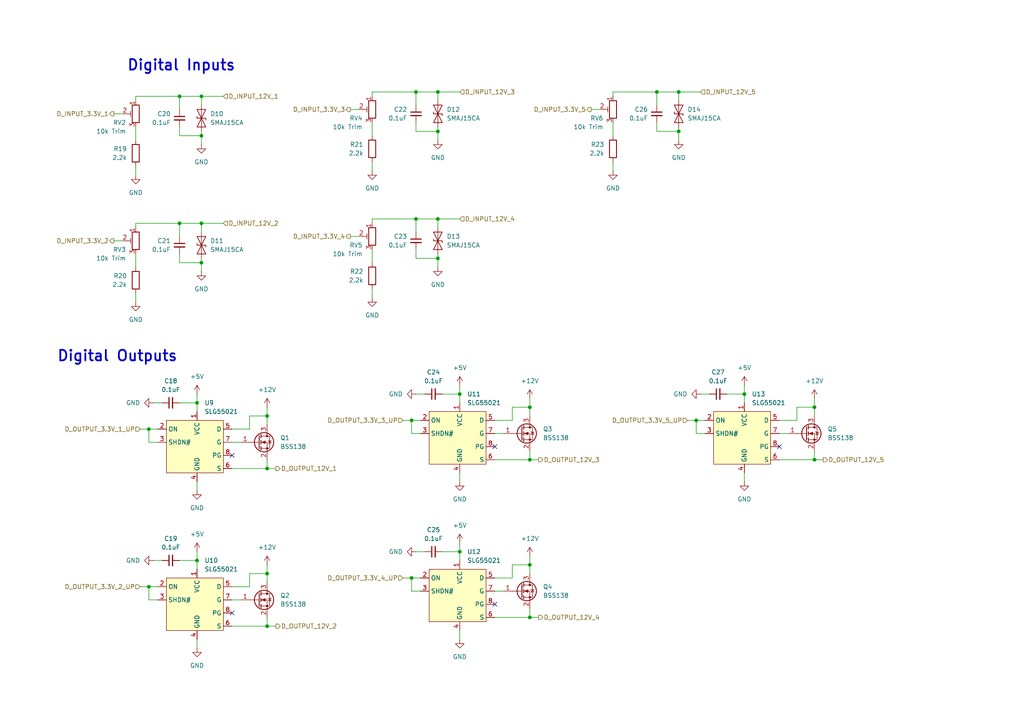
<source format=kicad_sch>
(kicad_sch (version 20250114) (generator "eeschema") (generator_version "9.0")
  (paper "A4")
  (lib_symbols
    (symbol "Device:C_Small" (pin_numbers (hide yes)) (pin_names (offset 0.254) (hide yes))
      (property "Reference" "C" (at 0.254 1.778 0))
      (property "Value" "C_Small" (at 0.254 -2.032 0))
      (symbol "C_Small_0_1"
        (polyline (pts (xy -1.524 0.508) (xy 1.524 0.508)) (stroke (width 0.3048)))
        (polyline (pts (xy -1.524 -0.508) (xy 1.524 -0.508)) (stroke (width 0.3302)))
      )
      (symbol "C_Small_1_1"
        (pin passive line (at 0 2.54 270) (length 2.032) (name "~") (number "1"))
        (pin passive line (at 0 -2.54 90) (length 2.032) (name "~") (number "2"))
      )
    )
    (symbol "Device:R" (pin_numbers (hide yes)) (pin_names (offset 0))
      (property "Reference" "R" (at 2.032 0 90))
      (property "Value" "R" (at 0 0 90))
      (symbol "R_0_1"
        (rectangle (start -1.016 -2.54) (end 1.016 2.54) (stroke (width 0.254)))
      )
      (symbol "R_1_1"
        (pin passive line (at 0 3.81 270) (length 1.27) (name "~") (number "1"))
        (pin passive line (at 0 -3.81 90) (length 1.27) (name "~") (number "2"))
      )
    )
    (symbol "Device:R_Potentiometer_Trim" (pin_names (offset 1.016) (hide yes))
      (property "Reference" "RV" (at -4.445 0 90))
      (property "Value" "R_Potentiometer_Trim" (at -2.54 0 90))
      (symbol "R_Potentiometer_Trim_0_1"
        (rectangle (start 1.016 2.54) (end -1.016 -2.54) (stroke (width 0.254)))
        (polyline (pts (xy 1.524 0.762) (xy 1.524 -0.762)))
        (polyline (pts (xy 2.54 0) (xy 1.524 0)))
      )
      (symbol "R_Potentiometer_Trim_1_1"
        (pin passive line (at 0 3.81 270) (length 1.27) (name "1") (number "1"))
        (pin passive line (at 0 -3.81 90) (length 1.27) (name "3") (number "3"))
        (pin passive line (at 3.81 0 180) (length 1.27) (name "2") (number "2"))
      )
    )
    (symbol "Diode:SMAJ15CA" (pin_numbers (hide yes)) (pin_names (offset 1.016) (hide yes))
      (property "Reference" "D" (at 0 2.54 0))
      (property "Value" "SMAJ15CA" (at 0 -2.54 0))
      (symbol "SMAJ15CA_0_1"
        (polyline (pts (xy -2.54 -1.27) (xy 0 0) (xy -2.54 1.27) (xy -2.54 -1.27)) (stroke (width 0.2032)))
        (polyline (pts (xy 0.508 1.27) (xy 0 1.27) (xy 0 -1.27) (xy -0.508 -1.27)) (stroke (width 0.2032)))
        (polyline (pts (xy 1.27 0) (xy -1.27 0)))
        (polyline (pts (xy 2.54 1.27) (xy 2.54 -1.27) (xy 0 0) (xy 2.54 1.27)) (stroke (width 0.2032)))
      )
      (symbol "SMAJ15CA_1_1"
        (pin passive line (at -3.81 0 0) (length 2.54) (name "A1") (number "1"))
        (pin passive line (at 3.81 0 180) (length 2.54) (name "A2") (number "2"))
      )
    )
    (symbol "Transistor_FET:BSS138" (pin_names (hide yes))
      (property "Reference" "Q" (at 5.08 1.905 0))
      (property "Value" "BSS138" (at 5.08 0 0))
      (symbol "BSS138_0_1"
        (polyline (pts (xy 0.254 1.905) (xy 0.254 -1.905)) (stroke (width 0.254)))
        (polyline (pts (xy 0.254 0) (xy -2.54 0)))
        (polyline (pts (xy 0.762 2.286) (xy 0.762 1.27)) (stroke (width 0.254)))
        (polyline (pts (xy 0.762 0.508) (xy 0.762 -0.508)) (stroke (width 0.254)))
        (polyline (pts (xy 0.762 -1.27) (xy 0.762 -2.286)) (stroke (width 0.254)))
        (polyline (pts (xy 0.762 -1.778) (xy 3.302 -1.778) (xy 3.302 1.778) (xy 0.762 1.778)))
        (polyline (pts (xy 1.016 0) (xy 2.032 0.381) (xy 2.032 -0.381) (xy 1.016 0)) (fill (type outline)))
        (circle (center 1.651 0) (radius 2.794) (stroke (width 0.254)))
        (polyline (pts (xy 2.54 2.54) (xy 2.54 1.778)))
        (circle (center 2.54 1.778) (radius 0.254) (fill (type outline)))
        (circle (center 2.54 -1.778) (radius 0.254) (fill (type outline)))
        (polyline (pts (xy 2.54 -2.54) (xy 2.54 0) (xy 0.762 0)))
        (polyline (pts (xy 2.794 0.508) (xy 2.921 0.381) (xy 3.683 0.381) (xy 3.81 0.254)))
        (polyline (pts (xy 3.302 0.381) (xy 2.921 -0.254) (xy 3.683 -0.254) (xy 3.302 0.381)))
      )
      (symbol "BSS138_1_1"
        (pin input line (at -5.08 0 0) (length 2.54) (name "G") (number "1"))
        (pin passive line (at 2.54 5.08 270) (length 2.54) (name "D") (number "3"))
        (pin passive line (at 2.54 -5.08 90) (length 2.54) (name "S") (number "2"))
      )
    )
    (symbol "can_datalogger_board:SLG55021-200010V"
      (property "Reference" "U" (at -8.128 9.906 0))
      (property "Value" "SLG55021" (at 5.842 10.16 0))
      (symbol "SLG55021-200010V_0_0"
        (pin input line (at -11.43 6.35 0) (length 2.54) (name "ON") (number "2"))
        (pin input line (at -11.43 2.54 0) (length 2.54) (name "SHDN#") (number "3"))
        (pin power_in line (at 0 11.43 270) (length 2.54) (name "VCC") (number "1"))
        (pin power_out line (at 0 -8.89 90) (length 2.54) (name "GND") (number "4"))
        (pin input line (at 10.16 6.35 180) (length 2.54) (name "D") (number "5"))
        (pin output line (at 10.16 2.54 180) (length 2.54) (name "G") (number "7"))
        (pin output line (at 10.16 -1.27 180) (length 2.54) (name "PG") (number "8"))
        (pin input line (at 10.16 -5.08 180) (length 2.54) (name "S") (number "6"))
      )
      (symbol "SLG55021-200010V_1_1"
        (rectangle (start -8.89 8.89) (end 7.62 -6.35) (fill (type background)))
      )
    )
    (symbol "power:+12V" (power) (pin_numbers (hide yes)) (pin_names (offset 0) (hide yes))
      (property "Value" "+12V" (at 0 3.556 0))
      (symbol "+12V_0_1"
        (polyline (pts (xy -0.762 1.27) (xy 0 2.54)))
        (polyline (pts (xy 0 2.54) (xy 0.762 1.27)))
        (polyline (pts (xy 0 0) (xy 0 2.54)))
      )
      (symbol "+12V_1_1"
        (pin power_in line (at 0 0 90) (length 0) (name "~") (number "1"))
      )
    )
    (symbol "power:+5V" (power) (pin_numbers (hide yes)) (pin_names (offset 0) (hide yes))
      (property "Value" "+5V" (at 0 3.556 0))
      (symbol "+5V_0_1"
        (polyline (pts (xy -0.762 1.27) (xy 0 2.54)))
        (polyline (pts (xy 0 2.54) (xy 0.762 1.27)))
        (polyline (pts (xy 0 0) (xy 0 2.54)))
      )
      (symbol "+5V_1_1"
        (pin power_in line (at 0 0 90) (length 0) (name "~") (number "1"))
      )
    )
    (symbol "power:GND" (power) (pin_numbers (hide yes)) (pin_names (offset 0) (hide yes))
      (property "Value" "GND" (at 0 -3.81 0))
      (symbol "GND_0_1"
        (polyline (pts (xy 0 0) (xy 0 -1.27) (xy 1.27 -1.27) (xy 0 -2.54) (xy -1.27 -1.27) (xy 0 -1.27)))
      )
      (symbol "GND_1_1"
        (pin power_in line (at 0 0 270) (length 0) (name "~") (number "1"))
      )
    )
  )
  (text "Digital Outputs" (at 34.036 103.378 0) (effects (font (size 3.048 3.048) (thickness 0.508) (bold yes))))
  (text "Digital Inputs" (at 52.578 19.05 0) (effects (font (size 3.048 3.048) (thickness 0.508) (bold yes))))
  (junction (at 133.35 160.02))
  (junction (at 57.15 116.84))
  (junction (at 120.65 26.67))
  (junction (at 119.38 167.64))
  (junction (at 153.67 163.83))
  (junction (at 133.35 114.3))
  (junction (at 52.07 27.94))
  (junction (at 77.47 181.61))
  (junction (at 196.85 38.1))
  (junction (at 58.42 39.37))
  (junction (at 58.42 64.77))
  (junction (at 153.67 118.11))
  (junction (at 236.22 133.35))
  (junction (at 127 38.1))
  (junction (at 190.5 26.67))
  (junction (at 127 26.67))
  (junction (at 43.18 124.46))
  (junction (at 43.18 170.18))
  (junction (at 77.47 120.65))
  (junction (at 127 74.93))
  (junction (at 215.9 114.3))
  (junction (at 196.85 26.67))
  (junction (at 236.22 118.11))
  (junction (at 127 63.5))
  (junction (at 119.38 121.92))
  (junction (at 77.47 135.89))
  (junction (at 153.67 179.07))
  (junction (at 52.07 64.77))
  (junction (at 201.93 121.92))
  (junction (at 77.47 166.37))
  (junction (at 120.65 63.5))
  (junction (at 153.67 133.35))
  (junction (at 58.42 76.2))
  (junction (at 57.15 162.56))
  (junction (at 58.42 27.94))
  (no_connect (at 143.51 129.54))
  (no_connect (at 67.31 132.08))
  (no_connect (at 67.31 177.8))
  (no_connect (at 143.51 175.26))
  (no_connect (at 226.06 129.54))
  (wire (pts (xy 52.07 76.2) (xy 58.42 76.2)))
  (wire (pts (xy 40.64 170.18) (xy 43.18 170.18)))
  (wire (pts (xy 52.07 36.83) (xy 52.07 39.37)))
  (wire (pts (xy 203.2 114.3) (xy 205.74 114.3)))
  (wire (pts (xy 39.37 27.94) (xy 52.07 27.94)))
  (wire (pts (xy 143.51 179.07) (xy 153.67 179.07)))
  (wire (pts (xy 101.6 68.58) (xy 104.14 68.58)))
  (wire (pts (xy 148.59 121.92) (xy 148.59 118.11)))
  (wire (pts (xy 52.07 31.75) (xy 52.07 27.94)))
  (wire (pts (xy 133.35 137.16) (xy 133.35 139.7)))
  (wire (pts (xy 33.02 69.85) (xy 35.56 69.85)))
  (wire (pts (xy 67.31 170.18) (xy 72.39 170.18)))
  (wire (pts (xy 236.22 115.57) (xy 236.22 118.11)))
  (wire (pts (xy 44.45 116.84) (xy 46.99 116.84)))
  (wire (pts (xy 107.95 63.5) (xy 120.65 63.5)))
  (wire (pts (xy 215.9 114.3) (xy 215.9 116.84)))
  (wire (pts (xy 107.95 63.5) (xy 107.95 64.77)))
  (wire (pts (xy 67.31 181.61) (xy 77.47 181.61)))
  (wire (pts (xy 52.07 68.58) (xy 52.07 64.77)))
  (wire (pts (xy 107.95 26.67) (xy 120.65 26.67)))
  (wire (pts (xy 58.42 38.1) (xy 58.42 39.37)))
  (wire (pts (xy 52.07 27.94) (xy 58.42 27.94)))
  (wire (pts (xy 120.65 114.3) (xy 123.19 114.3)))
  (wire (pts (xy 190.5 30.48) (xy 190.5 26.67)))
  (wire (pts (xy 226.06 133.35) (xy 236.22 133.35)))
  (wire (pts (xy 39.37 64.77) (xy 39.37 66.04)))
  (wire (pts (xy 236.22 130.81) (xy 236.22 133.35)))
  (wire (pts (xy 127 38.1) (xy 127 40.64)))
  (wire (pts (xy 153.67 118.11) (xy 153.67 120.65)))
  (wire (pts (xy 58.42 74.93) (xy 58.42 76.2)))
  (wire (pts (xy 107.95 46.99) (xy 107.95 49.53)))
  (wire (pts (xy 43.18 124.46) (xy 45.72 124.46)))
  (wire (pts (xy 39.37 48.26) (xy 39.37 50.8)))
  (wire (pts (xy 143.51 167.64) (xy 148.59 167.64)))
  (wire (pts (xy 72.39 166.37) (xy 77.47 166.37)))
  (wire (pts (xy 120.65 35.56) (xy 120.65 38.1)))
  (wire (pts (xy 156.21 179.07) (xy 153.67 179.07)))
  (wire (pts (xy 77.47 120.65) (xy 77.47 123.19)))
  (wire (pts (xy 45.72 128.27) (xy 43.18 128.27)))
  (wire (pts (xy 143.51 125.73) (xy 146.05 125.73)))
  (wire (pts (xy 77.47 163.83) (xy 77.47 166.37)))
  (wire (pts (xy 215.9 137.16) (xy 215.9 139.7)))
  (wire (pts (xy 133.35 63.5) (xy 127 63.5)))
  (wire (pts (xy 67.31 128.27) (xy 69.85 128.27)))
  (wire (pts (xy 80.01 135.89) (xy 77.47 135.89)))
  (wire (pts (xy 177.8 46.99) (xy 177.8 49.53)))
  (wire (pts (xy 127 26.67) (xy 127 29.21)))
  (wire (pts (xy 80.01 181.61) (xy 77.47 181.61)))
  (wire (pts (xy 210.82 114.3) (xy 215.9 114.3)))
  (wire (pts (xy 58.42 27.94) (xy 58.42 30.48)))
  (wire (pts (xy 120.65 26.67) (xy 127 26.67)))
  (wire (pts (xy 119.38 167.64) (xy 121.92 167.64)))
  (wire (pts (xy 72.39 170.18) (xy 72.39 166.37)))
  (wire (pts (xy 133.35 182.88) (xy 133.35 185.42)))
  (wire (pts (xy 201.93 121.92) (xy 204.47 121.92)))
  (wire (pts (xy 190.5 35.56) (xy 190.5 38.1)))
  (wire (pts (xy 238.76 133.35) (xy 236.22 133.35)))
  (wire (pts (xy 121.92 171.45) (xy 119.38 171.45)))
  (wire (pts (xy 64.77 27.94) (xy 58.42 27.94)))
  (wire (pts (xy 57.15 139.7) (xy 57.15 142.24)))
  (wire (pts (xy 57.15 114.3) (xy 57.15 116.84)))
  (wire (pts (xy 120.65 38.1) (xy 127 38.1)))
  (wire (pts (xy 148.59 163.83) (xy 153.67 163.83)))
  (wire (pts (xy 57.15 185.42) (xy 57.15 187.96)))
  (wire (pts (xy 43.18 128.27) (xy 43.18 124.46)))
  (wire (pts (xy 127 74.93) (xy 127 77.47)))
  (wire (pts (xy 57.15 160.02) (xy 57.15 162.56)))
  (wire (pts (xy 143.51 121.92) (xy 148.59 121.92)))
  (wire (pts (xy 226.06 121.92) (xy 231.14 121.92)))
  (wire (pts (xy 77.47 133.35) (xy 77.47 135.89)))
  (wire (pts (xy 43.18 173.99) (xy 43.18 170.18)))
  (wire (pts (xy 156.21 133.35) (xy 153.67 133.35)))
  (wire (pts (xy 43.18 170.18) (xy 45.72 170.18)))
  (wire (pts (xy 107.95 83.82) (xy 107.95 86.36)))
  (wire (pts (xy 64.77 64.77) (xy 58.42 64.77)))
  (wire (pts (xy 107.95 35.56) (xy 107.95 39.37)))
  (wire (pts (xy 201.93 125.73) (xy 201.93 121.92)))
  (wire (pts (xy 133.35 157.48) (xy 133.35 160.02)))
  (wire (pts (xy 196.85 36.83) (xy 196.85 38.1)))
  (wire (pts (xy 101.6 31.75) (xy 104.14 31.75)))
  (wire (pts (xy 39.37 27.94) (xy 39.37 29.21)))
  (wire (pts (xy 153.67 130.81) (xy 153.67 133.35)))
  (wire (pts (xy 128.27 114.3) (xy 133.35 114.3)))
  (wire (pts (xy 190.5 38.1) (xy 196.85 38.1)))
  (wire (pts (xy 120.65 160.02) (xy 123.19 160.02)))
  (wire (pts (xy 107.95 26.67) (xy 107.95 27.94)))
  (wire (pts (xy 133.35 26.67) (xy 127 26.67)))
  (wire (pts (xy 107.95 72.39) (xy 107.95 76.2)))
  (wire (pts (xy 57.15 162.56) (xy 57.15 165.1)))
  (wire (pts (xy 199.39 121.92) (xy 201.93 121.92)))
  (wire (pts (xy 177.8 26.67) (xy 190.5 26.67)))
  (wire (pts (xy 177.8 35.56) (xy 177.8 39.37)))
  (wire (pts (xy 67.31 124.46) (xy 72.39 124.46)))
  (wire (pts (xy 127 73.66) (xy 127 74.93)))
  (wire (pts (xy 52.07 73.66) (xy 52.07 76.2)))
  (wire (pts (xy 120.65 72.39) (xy 120.65 74.93)))
  (wire (pts (xy 153.67 176.53) (xy 153.67 179.07)))
  (wire (pts (xy 127 36.83) (xy 127 38.1)))
  (wire (pts (xy 196.85 38.1) (xy 196.85 40.64)))
  (wire (pts (xy 121.92 125.73) (xy 119.38 125.73)))
  (wire (pts (xy 67.31 173.99) (xy 69.85 173.99)))
  (wire (pts (xy 215.9 111.76) (xy 215.9 114.3)))
  (wire (pts (xy 77.47 179.07) (xy 77.47 181.61)))
  (wire (pts (xy 171.45 31.75) (xy 173.99 31.75)))
  (wire (pts (xy 39.37 73.66) (xy 39.37 77.47)))
  (wire (pts (xy 72.39 124.46) (xy 72.39 120.65)))
  (wire (pts (xy 133.35 160.02) (xy 133.35 162.56)))
  (wire (pts (xy 133.35 114.3) (xy 133.35 116.84)))
  (wire (pts (xy 116.84 121.92) (xy 119.38 121.92)))
  (wire (pts (xy 52.07 64.77) (xy 58.42 64.77)))
  (wire (pts (xy 40.64 124.46) (xy 43.18 124.46)))
  (wire (pts (xy 67.31 135.89) (xy 77.47 135.89)))
  (wire (pts (xy 52.07 39.37) (xy 58.42 39.37)))
  (wire (pts (xy 39.37 36.83) (xy 39.37 40.64)))
  (wire (pts (xy 58.42 76.2) (xy 58.42 78.74)))
  (wire (pts (xy 77.47 166.37) (xy 77.47 168.91)))
  (wire (pts (xy 33.02 33.02) (xy 35.56 33.02)))
  (wire (pts (xy 204.47 125.73) (xy 201.93 125.73)))
  (wire (pts (xy 77.47 118.11) (xy 77.47 120.65)))
  (wire (pts (xy 119.38 125.73) (xy 119.38 121.92)))
  (wire (pts (xy 203.2 26.67) (xy 196.85 26.67)))
  (wire (pts (xy 116.84 167.64) (xy 119.38 167.64)))
  (wire (pts (xy 45.72 173.99) (xy 43.18 173.99)))
  (wire (pts (xy 231.14 121.92) (xy 231.14 118.11)))
  (wire (pts (xy 52.07 116.84) (xy 57.15 116.84)))
  (wire (pts (xy 148.59 167.64) (xy 148.59 163.83)))
  (wire (pts (xy 236.22 118.11) (xy 236.22 120.65)))
  (wire (pts (xy 52.07 162.56) (xy 57.15 162.56)))
  (wire (pts (xy 153.67 161.29) (xy 153.67 163.83)))
  (wire (pts (xy 196.85 26.67) (xy 196.85 29.21)))
  (wire (pts (xy 119.38 171.45) (xy 119.38 167.64)))
  (wire (pts (xy 153.67 163.83) (xy 153.67 166.37)))
  (wire (pts (xy 231.14 118.11) (xy 236.22 118.11)))
  (wire (pts (xy 177.8 26.67) (xy 177.8 27.94)))
  (wire (pts (xy 226.06 125.73) (xy 228.6 125.73)))
  (wire (pts (xy 190.5 26.67) (xy 196.85 26.67)))
  (wire (pts (xy 44.45 162.56) (xy 46.99 162.56)))
  (wire (pts (xy 58.42 64.77) (xy 58.42 67.31)))
  (wire (pts (xy 120.65 30.48) (xy 120.65 26.67)))
  (wire (pts (xy 143.51 171.45) (xy 146.05 171.45)))
  (wire (pts (xy 120.65 63.5) (xy 127 63.5)))
  (wire (pts (xy 128.27 160.02) (xy 133.35 160.02)))
  (wire (pts (xy 148.59 118.11) (xy 153.67 118.11)))
  (wire (pts (xy 39.37 64.77) (xy 52.07 64.77)))
  (wire (pts (xy 120.65 74.93) (xy 127 74.93)))
  (wire (pts (xy 120.65 67.31) (xy 120.65 63.5)))
  (wire (pts (xy 153.67 115.57) (xy 153.67 118.11)))
  (wire (pts (xy 127 63.5) (xy 127 66.04)))
  (wire (pts (xy 57.15 116.84) (xy 57.15 119.38)))
  (wire (pts (xy 119.38 121.92) (xy 121.92 121.92)))
  (wire (pts (xy 58.42 39.37) (xy 58.42 41.91)))
  (wire (pts (xy 143.51 133.35) (xy 153.67 133.35)))
  (wire (pts (xy 133.35 111.76) (xy 133.35 114.3)))
  (wire (pts (xy 39.37 85.09) (xy 39.37 87.63)))
  (wire (pts (xy 72.39 120.65) (xy 77.47 120.65)))
  (hierarchical_label "D_OUTPUT_12V_2" (shape output) (at 80.01 181.61 0))
  (hierarchical_label "D_INPUT_3.3V_5" (shape output) (at 171.45 31.75 180))
  (hierarchical_label "D_OUTPUT_3.3V_2_UP" (shape input) (at 40.64 170.18 180))
  (hierarchical_label "D_INPUT_12V_4" (shape input) (at 133.35 63.5 0))
  (hierarchical_label "D_INPUT_3.3V_2" (shape output) (at 33.02 69.85 180))
  (hierarchical_label "D_INPUT_12V_5" (shape input) (at 203.2 26.67 0))
  (hierarchical_label "D_OUTPUT_3.3V_3_UP" (shape input) (at 116.84 121.92 180))
  (hierarchical_label "D_INPUT_12V_1" (shape input) (at 64.77 27.94 0))
  (hierarchical_label "D_OUTPUT_3.3V_4_UP" (shape input) (at 116.84 167.64 180))
  (hierarchical_label "D_INPUT_3.3V_3" (shape output) (at 101.6 31.75 180))
  (hierarchical_label "D_INPUT_12V_2" (shape input) (at 64.77 64.77 0))
  (hierarchical_label "D_OUTPUT_12V_3" (shape output) (at 156.21 133.35 0))
  (hierarchical_label "D_INPUT_3.3V_4" (shape output) (at 101.6 68.58 180))
  (hierarchical_label "D_INPUT_3.3V_1" (shape output) (at 33.02 33.02 180))
  (hierarchical_label "D_INPUT_12V_3" (shape input) (at 133.35 26.67 0))
  (hierarchical_label "D_OUTPUT_12V_4" (shape output) (at 156.21 179.07 0))
  (hierarchical_label "D_OUTPUT_12V_1" (shape output) (at 80.01 135.89 0))
  (hierarchical_label "D_OUTPUT_12V_5" (shape output) (at 238.76 133.35 0))
  (hierarchical_label "D_OUTPUT_3.3V_1_UP" (shape input) (at 40.64 124.46 180))
  (hierarchical_label "D_OUTPUT_3.3V_5_UP" (shape input) (at 199.39 121.92 180))
  (symbol (lib_id "power:+12V") (at 153.67 161.29 0) (unit 1)
    (property "Reference" "#PWR083" (effects (hide yes)))
    (property "Value" "+12V" (at 153.67 156.21 0))
    (property "Description" "Power symbol creates a global label with name \"+12V\"" (effects (hide yes)))
  )
  (symbol (lib_id "Transistor_FET:BSS138") (at 233.68 125.73 0) (unit 1)
    (property "Reference" "Q5" (at 240.03 124.4599 0) (effects (justify left)))
    (property "Value" "BSS138" (at 240.03 126.9999 0) (effects (justify left)))
    (property "Footprint" "Package_TO_SOT_SMD:SOT-23" (effects (hide yes)))
    (property "Datasheet" "https://www.onsemi.com/pub/Collateral/BSS138-D.PDF" (effects (hide yes)))
    (property "Description" "50V Vds, 0.22A Id, N-Channel MOSFET, SOT-23" (effects (hide yes)))
  )
  (symbol (lib_id "power:GND") (at 120.65 114.3 270) (unit 1)
    (property "Reference" "#PWR074" (effects (hide yes)))
    (property "Value" "GND" (at 116.84 114.2999 90) (effects (justify right)))
    (property "Description" "Power symbol creates a global label with name \"GND\" , ground" (effects (hide yes)))
  )
  (symbol (lib_id "Transistor_FET:BSS138") (at 74.93 173.99 0) (unit 1)
    (property "Reference" "Q2" (at 81.28 172.7199 0) (effects (justify left)))
    (property "Value" "BSS138" (at 81.28 175.2599 0) (effects (justify left)))
    (property "Footprint" "Package_TO_SOT_SMD:SOT-23" (effects (hide yes)))
    (property "Datasheet" "https://www.onsemi.com/pub/Collateral/BSS138-D.PDF" (effects (hide yes)))
    (property "Description" "50V Vds, 0.22A Id, N-Channel MOSFET, SOT-23" (effects (hide yes)))
  )
  (symbol (lib_id "Diode:SMAJ15CA") (at 58.42 34.29 270) (unit 1)
    (property "Reference" "D10" (at 60.96 33.0199 90) (effects (justify left)))
    (property "Value" "SMAJ15CA" (at 60.96 35.5599 90) (effects (justify left)))
    (property "Footprint" "Diode_SMD:D_SMA" (effects (hide yes)))
    (property "Datasheet" "https://www.littelfuse.com/media?resourcetype=datasheets&itemid=75e32973-b177-4ee3-a0ff-cedaf1abdb93&filename=smaj-datasheet" (effects (hide yes)))
    (property "Description" "400W bidirectional Transient Voltage Suppressor, 15.0Vr, SMA(DO-214AC)" (effects (hide yes)))
  )
  (symbol (lib_id "Device:C_Small") (at 120.65 69.85 0) (mirror y) (unit 1)
    (property "Reference" "C23" (at 118.11 68.5862 0) (effects (justify left)))
    (property "Value" "0.1uF" (at 118.11 71.1262 0) (effects (justify left)))
    (property "Footprint" "Capacitor_SMD:C_0603_1608Metric" (effects (hide yes)))
    (property "Description" "Unpolarized capacitor, small symbol" (effects (hide yes)))
  )
  (symbol (lib_id "power:+5V") (at 57.15 114.3 0) (unit 1)
    (property "Reference" "#PWR064" (effects (hide yes)))
    (property "Value" "+5V" (at 57.15 109.22 0))
    (property "Description" "Power symbol creates a global label with name \"+5V\"" (effects (hide yes)))
  )
  (symbol (lib_id "Device:R_Potentiometer_Trim") (at 177.8 31.75 0) (mirror y) (unit 1)
    (property "Reference" "RV6" (at 175.006 34.29 0) (effects (justify left)))
    (property "Value" "10k Trim" (at 175.006 36.83 0) (effects (justify left)))
    (property "Footprint" "Potentiometer_SMD:Potentiometer_Bourns_TC33X_Vertical" (effects (hide yes)))
    (property "Description" "Trim-potentiometer" (effects (hide yes)))
  )
  (symbol (lib_id "power:GND") (at 107.95 86.36 0) (unit 1)
    (property "Reference" "#PWR073" (effects (hide yes)))
    (property "Value" "GND" (at 107.95 91.44 0))
    (property "Description" "Power symbol creates a global label with name \"GND\" , ground" (effects (hide yes)))
  )
  (symbol (lib_id "power:+5V") (at 133.35 111.76 0) (unit 1)
    (property "Reference" "#PWR078" (effects (hide yes)))
    (property "Value" "+5V" (at 133.35 106.68 0))
    (property "Description" "Power symbol creates a global label with name \"+5V\"" (effects (hide yes)))
  )
  (symbol (lib_id "Diode:SMAJ15CA") (at 127 69.85 270) (unit 1)
    (property "Reference" "D13" (at 129.54 68.5799 90) (effects (justify left)))
    (property "Value" "SMAJ15CA" (at 129.54 71.1199 90) (effects (justify left)))
    (property "Footprint" "Diode_SMD:D_SMA" (effects (hide yes)))
    (property "Datasheet" "https://www.littelfuse.com/media?resourcetype=datasheets&itemid=75e32973-b177-4ee3-a0ff-cedaf1abdb93&filename=smaj-datasheet" (effects (hide yes)))
    (property "Description" "400W bidirectional Transient Voltage Suppressor, 15.0Vr, SMA(DO-214AC)" (effects (hide yes)))
  )
  (symbol (lib_id "power:GND") (at 133.35 139.7 0) (unit 1)
    (property "Reference" "#PWR079" (effects (hide yes)))
    (property "Value" "GND" (at 133.35 144.78 0))
    (property "Description" "Power symbol creates a global label with name \"GND\" , ground" (effects (hide yes)))
  )
  (symbol (lib_id "power:GND") (at 57.15 187.96 0) (unit 1)
    (property "Reference" "#PWR067" (effects (hide yes)))
    (property "Value" "GND" (at 57.15 193.04 0))
    (property "Description" "Power symbol creates a global label with name \"GND\" , ground" (effects (hide yes)))
  )
  (symbol (lib_id "Transistor_FET:BSS138") (at 151.13 171.45 0) (unit 1)
    (property "Reference" "Q4" (at 157.48 170.1799 0) (effects (justify left)))
    (property "Value" "BSS138" (at 157.48 172.7199 0) (effects (justify left)))
    (property "Footprint" "Package_TO_SOT_SMD:SOT-23" (effects (hide yes)))
    (property "Datasheet" "https://www.onsemi.com/pub/Collateral/BSS138-D.PDF" (effects (hide yes)))
    (property "Description" "50V Vds, 0.22A Id, N-Channel MOSFET, SOT-23" (effects (hide yes)))
  )
  (symbol (lib_id "Device:C_Small") (at 190.5 33.02 0) (mirror y) (unit 1)
    (property "Reference" "C26" (at 187.96 31.7562 0) (effects (justify left)))
    (property "Value" "0.1uF" (at 187.96 34.2962 0) (effects (justify left)))
    (property "Footprint" "Capacitor_SMD:C_0603_1608Metric" (effects (hide yes)))
    (property "Description" "Unpolarized capacitor, small symbol" (effects (hide yes)))
  )
  (symbol (lib_id "Device:C_Small") (at 125.73 160.02 90) (unit 1)
    (property "Reference" "C25" (at 125.7363 153.67 90))
    (property "Value" "0.1uF" (at 125.7363 156.21 90))
    (property "Footprint" "Capacitor_SMD:C_0603_1608Metric" (effects (hide yes)))
    (property "Description" "Unpolarized capacitor, small symbol" (effects (hide yes)))
  )
  (symbol (lib_id "Device:R") (at 39.37 44.45 0) (mirror y) (unit 1)
    (property "Reference" "R19" (at 36.83 43.1799 0) (effects (justify left)))
    (property "Value" "2.2k" (at 36.83 45.7199 0) (effects (justify left)))
    (property "Footprint" "Resistor_SMD:R_0603_1608Metric" (effects (hide yes)))
    (property "Description" "Resistor" (effects (hide yes)))
  )
  (symbol (lib_id "power:+5V") (at 133.35 157.48 0) (unit 1)
    (property "Reference" "#PWR080" (effects (hide yes)))
    (property "Value" "+5V" (at 133.35 152.4 0))
    (property "Description" "Power symbol creates a global label with name \"+5V\"" (effects (hide yes)))
  )
  (symbol (lib_id "Device:R_Potentiometer_Trim") (at 39.37 33.02 0) (mirror y) (unit 1)
    (property "Reference" "RV2" (at 36.576 35.56 0) (effects (justify left)))
    (property "Value" "10k Trim" (at 36.576 38.1 0) (effects (justify left)))
    (property "Footprint" "Potentiometer_SMD:Potentiometer_Bourns_TC33X_Vertical" (effects (hide yes)))
    (property "Description" "Trim-potentiometer" (effects (hide yes)))
  )
  (symbol (lib_id "power:+12V") (at 236.22 115.57 0) (unit 1)
    (property "Reference" "#PWR089" (effects (hide yes)))
    (property "Value" "+12V" (at 236.22 110.49 0))
    (property "Description" "Power symbol creates a global label with name \"+12V\"" (effects (hide yes)))
  )
  (symbol (lib_id "power:GND") (at 120.65 160.02 270) (unit 1)
    (property "Reference" "#PWR075" (effects (hide yes)))
    (property "Value" "GND" (at 116.84 160.0199 90) (effects (justify right)))
    (property "Description" "Power symbol creates a global label with name \"GND\" , ground" (effects (hide yes)))
  )
  (symbol (lib_id "can_datalogger_board:SLG55021-200010V") (at 133.35 173.99 0) (unit 1)
    (property "Reference" "U12" (at 135.4933 160.02 0) (effects (justify left)))
    (property "Value" "SLG55021" (at 135.4933 162.56 0) (effects (justify left)))
    (property "Footprint" "Package_DFN_QFN:TDFN-8-1EP_2x2mm_P0.5mm_EP0.8x1.2mm" (effects (hide yes)))
    (property "Datasheet" "https://www.renesas.com/en/document/dst/slg55021-200010v-datasheet?language=en" (effects (hide yes)))
    (property "Description" "High Side N Mosfet Gate Driver" (effects (hide yes)))
  )
  (symbol (lib_id "Device:R_Potentiometer_Trim") (at 39.37 69.85 0) (mirror y) (unit 1)
    (property "Reference" "RV3" (at 36.576 72.39 0) (effects (justify left)))
    (property "Value" "10k Trim" (at 36.576 74.93 0) (effects (justify left)))
    (property "Footprint" "Potentiometer_SMD:Potentiometer_Bourns_TC33X_Vertical" (effects (hide yes)))
    (property "Description" "Trim-potentiometer" (effects (hide yes)))
  )
  (symbol (lib_id "power:+5V") (at 57.15 160.02 0) (unit 1)
    (property "Reference" "#PWR066" (effects (hide yes)))
    (property "Value" "+5V" (at 57.15 154.94 0))
    (property "Description" "Power symbol creates a global label with name \"+5V\"" (effects (hide yes)))
  )
  (symbol (lib_id "Diode:SMAJ15CA") (at 127 33.02 270) (unit 1)
    (property "Reference" "D12" (at 129.54 31.7499 90) (effects (justify left)))
    (property "Value" "SMAJ15CA" (at 129.54 34.2899 90) (effects (justify left)))
    (property "Footprint" "Diode_SMD:D_SMA" (effects (hide yes)))
    (property "Datasheet" "https://www.littelfuse.com/media?resourcetype=datasheets&itemid=75e32973-b177-4ee3-a0ff-cedaf1abdb93&filename=smaj-datasheet" (effects (hide yes)))
    (property "Description" "400W bidirectional Transient Voltage Suppressor, 15.0Vr, SMA(DO-214AC)" (effects (hide yes)))
  )
  (symbol (lib_id "Device:C_Small") (at 208.28 114.3 90) (unit 1)
    (property "Reference" "C27" (at 208.2863 107.95 90))
    (property "Value" "0.1uF" (at 208.2863 110.49 90))
    (property "Footprint" "Capacitor_SMD:C_0603_1608Metric" (effects (hide yes)))
    (property "Description" "Unpolarized capacitor, small symbol" (effects (hide yes)))
  )
  (symbol (lib_id "Device:C_Small") (at 49.53 162.56 90) (unit 1)
    (property "Reference" "C19" (at 49.5363 156.21 90))
    (property "Value" "0.1uF" (at 49.5363 158.75 90))
    (property "Footprint" "Capacitor_SMD:C_0603_1608Metric" (effects (hide yes)))
    (property "Description" "Unpolarized capacitor, small symbol" (effects (hide yes)))
  )
  (symbol (lib_id "can_datalogger_board:SLG55021-200010V") (at 57.15 176.53 0) (unit 1)
    (property "Reference" "U10" (at 59.2933 162.56 0) (effects (justify left)))
    (property "Value" "SLG55021" (at 59.2933 165.1 0) (effects (justify left)))
    (property "Footprint" "Package_DFN_QFN:TDFN-8-1EP_2x2mm_P0.5mm_EP0.8x1.2mm" (effects (hide yes)))
    (property "Datasheet" "https://www.renesas.com/en/document/dst/slg55021-200010v-datasheet?language=en" (effects (hide yes)))
    (property "Description" "High Side N Mosfet Gate Driver" (effects (hide yes)))
  )
  (symbol (lib_id "Device:R") (at 107.95 80.01 0) (mirror y) (unit 1)
    (property "Reference" "R22" (at 105.41 78.7399 0) (effects (justify left)))
    (property "Value" "2.2k" (at 105.41 81.2799 0) (effects (justify left)))
    (property "Footprint" "Resistor_SMD:R_0603_1608Metric" (effects (hide yes)))
    (property "Description" "Resistor" (effects (hide yes)))
  )
  (symbol (lib_id "Device:R_Potentiometer_Trim") (at 107.95 31.75 0) (mirror y) (unit 1)
    (property "Reference" "RV4" (at 105.156 34.29 0) (effects (justify left)))
    (property "Value" "10k Trim" (at 105.156 36.83 0) (effects (justify left)))
    (property "Footprint" "Potentiometer_SMD:Potentiometer_Bourns_TC33X_Vertical" (effects (hide yes)))
    (property "Description" "Trim-potentiometer" (effects (hide yes)))
  )
  (symbol (lib_id "Transistor_FET:BSS138") (at 151.13 125.73 0) (unit 1)
    (property "Reference" "Q3" (at 157.48 124.4599 0) (effects (justify left)))
    (property "Value" "BSS138" (at 157.48 126.9999 0) (effects (justify left)))
    (property "Footprint" "Package_TO_SOT_SMD:SOT-23" (effects (hide yes)))
    (property "Datasheet" "https://www.onsemi.com/pub/Collateral/BSS138-D.PDF" (effects (hide yes)))
    (property "Description" "50V Vds, 0.22A Id, N-Channel MOSFET, SOT-23" (effects (hide yes)))
  )
  (symbol (lib_id "power:+5V") (at 215.9 111.76 0) (unit 1)
    (property "Reference" "#PWR087" (effects (hide yes)))
    (property "Value" "+5V" (at 215.9 106.68 0))
    (property "Description" "Power symbol creates a global label with name \"+5V\"" (effects (hide yes)))
  )
  (symbol (lib_id "power:GND") (at 196.85 40.64 0) (unit 1)
    (property "Reference" "#PWR085" (effects (hide yes)))
    (property "Value" "GND" (at 196.85 45.72 0))
    (property "Description" "Power symbol creates a global label with name \"GND\" , ground" (effects (hide yes)))
  )
  (symbol (lib_id "Device:C_Small") (at 52.07 34.29 0) (mirror y) (unit 1)
    (property "Reference" "C20" (at 49.53 33.0262 0) (effects (justify left)))
    (property "Value" "0.1uF" (at 49.53 35.5662 0) (effects (justify left)))
    (property "Footprint" "Capacitor_SMD:C_0603_1608Metric" (effects (hide yes)))
    (property "Description" "Unpolarized capacitor, small symbol" (effects (hide yes)))
  )
  (symbol (lib_id "Device:C_Small") (at 120.65 33.02 0) (mirror y) (unit 1)
    (property "Reference" "C22" (at 118.11 31.7562 0) (effects (justify left)))
    (property "Value" "0.1uF" (at 118.11 34.2962 0) (effects (justify left)))
    (property "Footprint" "Capacitor_SMD:C_0603_1608Metric" (effects (hide yes)))
    (property "Description" "Unpolarized capacitor, small symbol" (effects (hide yes)))
  )
  (symbol (lib_id "power:GND") (at 215.9 139.7 0) (unit 1)
    (property "Reference" "#PWR088" (effects (hide yes)))
    (property "Value" "GND" (at 215.9 144.78 0))
    (property "Description" "Power symbol creates a global label with name \"GND\" , ground" (effects (hide yes)))
  )
  (symbol (lib_id "Device:C_Small") (at 125.73 114.3 90) (unit 1)
    (property "Reference" "C24" (at 125.7363 107.95 90))
    (property "Value" "0.1uF" (at 125.7363 110.49 90))
    (property "Footprint" "Capacitor_SMD:C_0603_1608Metric" (effects (hide yes)))
    (property "Description" "Unpolarized capacitor, small symbol" (effects (hide yes)))
  )
  (symbol (lib_id "power:GND") (at 203.2 114.3 270) (unit 1)
    (property "Reference" "#PWR086" (effects (hide yes)))
    (property "Value" "GND" (at 199.39 114.2999 90) (effects (justify right)))
    (property "Description" "Power symbol creates a global label with name \"GND\" , ground" (effects (hide yes)))
  )
  (symbol (lib_id "power:GND") (at 57.15 142.24 0) (unit 1)
    (property "Reference" "#PWR065" (effects (hide yes)))
    (property "Value" "GND" (at 57.15 147.32 0))
    (property "Description" "Power symbol creates a global label with name \"GND\" , ground" (effects (hide yes)))
  )
  (symbol (lib_id "Diode:SMAJ15CA") (at 196.85 33.02 270) (unit 1)
    (property "Reference" "D14" (at 199.39 31.7499 90) (effects (justify left)))
    (property "Value" "SMAJ15CA" (at 199.39 34.2899 90) (effects (justify left)))
    (property "Footprint" "Diode_SMD:D_SMA" (effects (hide yes)))
    (property "Datasheet" "https://www.littelfuse.com/media?resourcetype=datasheets&itemid=75e32973-b177-4ee3-a0ff-cedaf1abdb93&filename=smaj-datasheet" (effects (hide yes)))
    (property "Description" "400W bidirectional Transient Voltage Suppressor, 15.0Vr, SMA(DO-214AC)" (effects (hide yes)))
  )
  (symbol (lib_id "Device:C_Small") (at 49.53 116.84 90) (unit 1)
    (property "Reference" "C18" (at 49.5363 110.49 90))
    (property "Value" "0.1uF" (at 49.5363 113.03 90))
    (property "Footprint" "Capacitor_SMD:C_0603_1608Metric" (effects (hide yes)))
    (property "Description" "Unpolarized capacitor, small symbol" (effects (hide yes)))
  )
  (symbol (lib_id "power:GND") (at 107.95 49.53 0) (unit 1)
    (property "Reference" "#PWR072" (effects (hide yes)))
    (property "Value" "GND" (at 107.95 54.61 0))
    (property "Description" "Power symbol creates a global label with name \"GND\" , ground" (effects (hide yes)))
  )
  (symbol (lib_id "power:GND") (at 44.45 162.56 270) (unit 1)
    (property "Reference" "#PWR063" (effects (hide yes)))
    (property "Value" "GND" (at 40.64 162.5599 90) (effects (justify right)))
    (property "Description" "Power symbol creates a global label with name \"GND\" , ground" (effects (hide yes)))
  )
  (symbol (lib_id "Device:R_Potentiometer_Trim") (at 107.95 68.58 0) (mirror y) (unit 1)
    (property "Reference" "RV5" (at 105.156 71.12 0) (effects (justify left)))
    (property "Value" "10k Trim" (at 105.156 73.66 0) (effects (justify left)))
    (property "Footprint" "Potentiometer_SMD:Potentiometer_Bourns_TC33X_Vertical" (effects (hide yes)))
    (property "Description" "Trim-potentiometer" (effects (hide yes)))
  )
  (symbol (lib_id "power:GND") (at 39.37 50.8 0) (unit 1)
    (property "Reference" "#PWR060" (effects (hide yes)))
    (property "Value" "GND" (at 39.37 55.88 0))
    (property "Description" "Power symbol creates a global label with name \"GND\" , ground" (effects (hide yes)))
  )
  (symbol (lib_id "can_datalogger_board:SLG55021-200010V") (at 133.35 128.27 0) (unit 1)
    (property "Reference" "U11" (at 135.4933 114.3 0) (effects (justify left)))
    (property "Value" "SLG55021" (at 135.4933 116.84 0) (effects (justify left)))
    (property "Footprint" "Package_DFN_QFN:TDFN-8-1EP_2x2mm_P0.5mm_EP0.8x1.2mm" (effects (hide yes)))
    (property "Datasheet" "https://www.renesas.com/en/document/dst/slg55021-200010v-datasheet?language=en" (effects (hide yes)))
    (property "Description" "High Side N Mosfet Gate Driver" (effects (hide yes)))
  )
  (symbol (lib_id "Device:R") (at 177.8 43.18 0) (mirror y) (unit 1)
    (property "Reference" "R23" (at 175.26 41.9099 0) (effects (justify left)))
    (property "Value" "2.2k" (at 175.26 44.4499 0) (effects (justify left)))
    (property "Footprint" "Resistor_SMD:R_0603_1608Metric" (effects (hide yes)))
    (property "Description" "Resistor" (effects (hide yes)))
  )
  (symbol (lib_id "Diode:SMAJ15CA") (at 58.42 71.12 270) (unit 1)
    (property "Reference" "D11" (at 60.96 69.8499 90) (effects (justify left)))
    (property "Value" "SMAJ15CA" (at 60.96 72.3899 90) (effects (justify left)))
    (property "Footprint" "Diode_SMD:D_SMA" (effects (hide yes)))
    (property "Datasheet" "https://www.littelfuse.com/media?resourcetype=datasheets&itemid=75e32973-b177-4ee3-a0ff-cedaf1abdb93&filename=smaj-datasheet" (effects (hide yes)))
    (property "Description" "400W bidirectional Transient Voltage Suppressor, 15.0Vr, SMA(DO-214AC)" (effects (hide yes)))
  )
  (symbol (lib_id "power:GND") (at 133.35 185.42 0) (unit 1)
    (property "Reference" "#PWR081" (effects (hide yes)))
    (property "Value" "GND" (at 133.35 190.5 0))
    (property "Description" "Power symbol creates a global label with name \"GND\" , ground" (effects (hide yes)))
  )
  (symbol (lib_id "Device:R") (at 39.37 81.28 0) (mirror y) (unit 1)
    (property "Reference" "R20" (at 36.83 80.0099 0) (effects (justify left)))
    (property "Value" "2.2k" (at 36.83 82.5499 0) (effects (justify left)))
    (property "Footprint" "Resistor_SMD:R_0603_1608Metric" (effects (hide yes)))
    (property "Description" "Resistor" (effects (hide yes)))
  )
  (symbol (lib_id "power:GND") (at 127 40.64 0) (unit 1)
    (property "Reference" "#PWR076" (effects (hide yes)))
    (property "Value" "GND" (at 127 45.72 0))
    (property "Description" "Power symbol creates a global label with name \"GND\" , ground" (effects (hide yes)))
  )
  (symbol (lib_id "power:GND") (at 177.8 49.53 0) (unit 1)
    (property "Reference" "#PWR084" (effects (hide yes)))
    (property "Value" "GND" (at 177.8 54.61 0))
    (property "Description" "Power symbol creates a global label with name \"GND\" , ground" (effects (hide yes)))
  )
  (symbol (lib_id "power:GND") (at 44.45 116.84 270) (unit 1)
    (property "Reference" "#PWR062" (effects (hide yes)))
    (property "Value" "GND" (at 40.64 116.8399 90) (effects (justify right)))
    (property "Description" "Power symbol creates a global label with name \"GND\" , ground" (effects (hide yes)))
  )
  (symbol (lib_id "power:+12V") (at 153.67 115.57 0) (unit 1)
    (property "Reference" "#PWR082" (effects (hide yes)))
    (property "Value" "+12V" (at 153.67 110.49 0))
    (property "Description" "Power symbol creates a global label with name \"+12V\"" (effects (hide yes)))
  )
  (symbol (lib_id "power:GND") (at 58.42 78.74 0) (unit 1)
    (property "Reference" "#PWR069" (effects (hide yes)))
    (property "Value" "GND" (at 58.42 83.82 0))
    (property "Description" "Power symbol creates a global label with name \"GND\" , ground" (effects (hide yes)))
  )
  (symbol (lib_id "power:+12V") (at 77.47 163.83 0) (unit 1)
    (property "Reference" "#PWR071" (effects (hide yes)))
    (property "Value" "+12V" (at 77.47 158.75 0))
    (property "Description" "Power symbol creates a global label with name \"+12V\"" (effects (hide yes)))
  )
  (symbol (lib_id "power:GND") (at 58.42 41.91 0) (unit 1)
    (property "Reference" "#PWR068" (effects (hide yes)))
    (property "Value" "GND" (at 58.42 46.99 0))
    (property "Description" "Power symbol creates a global label with name \"GND\" , ground" (effects (hide yes)))
  )
  (symbol (lib_id "Device:C_Small") (at 52.07 71.12 0) (mirror y) (unit 1)
    (property "Reference" "C21" (at 49.53 69.8562 0) (effects (justify left)))
    (property "Value" "0.1uF" (at 49.53 72.3962 0) (effects (justify left)))
    (property "Footprint" "Capacitor_SMD:C_0603_1608Metric" (effects (hide yes)))
    (property "Description" "Unpolarized capacitor, small symbol" (effects (hide yes)))
  )
  (symbol (lib_id "can_datalogger_board:SLG55021-200010V") (at 57.15 130.81 0) (unit 1)
    (property "Reference" "U9" (at 59.2933 116.84 0) (effects (justify left)))
    (property "Value" "SLG55021" (at 59.2933 119.38 0) (effects (justify left)))
    (property "Footprint" "Package_DFN_QFN:TDFN-8-1EP_2x2mm_P0.5mm_EP0.8x1.2mm" (effects (hide yes)))
    (property "Datasheet" "https://www.renesas.com/en/document/dst/slg55021-200010v-datasheet?language=en" (effects (hide yes)))
    (property "Description" "High Side N Mosfet Gate Driver" (effects (hide yes)))
  )
  (symbol (lib_id "power:GND") (at 127 77.47 0) (unit 1)
    (property "Reference" "#PWR077" (effects (hide yes)))
    (property "Value" "GND" (at 127 82.55 0))
    (property "Description" "Power symbol creates a global label with name \"GND\" , ground" (effects (hide yes)))
  )
  (symbol (lib_id "power:+12V") (at 77.47 118.11 0) (unit 1)
    (property "Reference" "#PWR070" (effects (hide yes)))
    (property "Value" "+12V" (at 77.47 113.03 0))
    (property "Description" "Power symbol creates a global label with name \"+12V\"" (effects (hide yes)))
  )
  (symbol (lib_id "Device:R") (at 107.95 43.18 0) (mirror y) (unit 1)
    (property "Reference" "R21" (at 105.41 41.9099 0) (effects (justify left)))
    (property "Value" "2.2k" (at 105.41 44.4499 0) (effects (justify left)))
    (property "Footprint" "Resistor_SMD:R_0603_1608Metric" (effects (hide yes)))
    (property "Description" "Resistor" (effects (hide yes)))
  )
  (symbol (lib_id "can_datalogger_board:SLG55021-200010V") (at 215.9 128.27 0) (unit 1)
    (property "Reference" "U13" (at 218.0433 114.3 0) (effects (justify left)))
    (property "Value" "SLG55021" (at 218.0433 116.84 0) (effects (justify left)))
    (property "Footprint" "Package_DFN_QFN:TDFN-8-1EP_2x2mm_P0.5mm_EP0.8x1.2mm" (effects (hide yes)))
    (property "Datasheet" "https://www.renesas.com/en/document/dst/slg55021-200010v-datasheet?language=en" (effects (hide yes)))
    (property "Description" "High Side N Mosfet Gate Driver" (effects (hide yes)))
  )
  (symbol (lib_id "power:GND") (at 39.37 87.63 0) (unit 1)
    (property "Reference" "#PWR061" (effects (hide yes)))
    (property "Value" "GND" (at 39.37 92.71 0))
    (property "Description" "Power symbol creates a global label with name \"GND\" , ground" (effects (hide yes)))
  )
  (symbol (lib_id "Transistor_FET:BSS138") (at 74.93 128.27 0) (unit 1)
    (property "Reference" "Q1" (at 81.28 126.9999 0) (effects (justify left)))
    (property "Value" "BSS138" (at 81.28 129.5399 0) (effects (justify left)))
    (property "Footprint" "Package_TO_SOT_SMD:SOT-23" (effects (hide yes)))
    (property "Datasheet" "https://www.onsemi.com/pub/Collateral/BSS138-D.PDF" (effects (hide yes)))
    (property "Description" "50V Vds, 0.22A Id, N-Channel MOSFET, SOT-23" (effects (hide yes)))
  )
)
</source>
